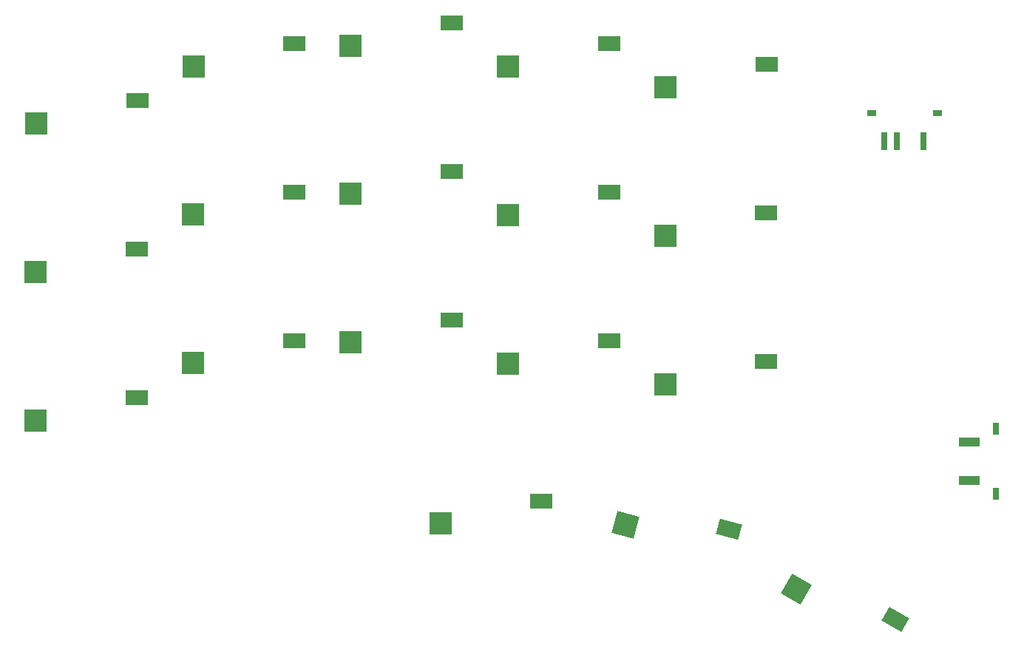
<source format=gbr>
%TF.GenerationSoftware,KiCad,Pcbnew,8.0.4*%
%TF.CreationDate,2024-09-03T01:14:23+07:00*%
%TF.ProjectId,chocowi36,63686f63-6f77-4693-9336-2e6b69636164,rev?*%
%TF.SameCoordinates,Original*%
%TF.FileFunction,Paste,Top*%
%TF.FilePolarity,Positive*%
%FSLAX46Y46*%
G04 Gerber Fmt 4.6, Leading zero omitted, Abs format (unit mm)*
G04 Created by KiCad (PCBNEW 8.0.4) date 2024-09-03 01:14:23*
%MOMM*%
%LPD*%
G01*
G04 APERTURE LIST*
G04 Aperture macros list*
%AMRotRect*
0 Rectangle, with rotation*
0 The origin of the aperture is its center*
0 $1 length*
0 $2 width*
0 $3 Rotation angle, in degrees counterclockwise*
0 Add horizontal line*
21,1,$1,$2,0,0,$3*%
G04 Aperture macros list end*
%ADD10R,2.625000X1.800000*%
%ADD11R,2.600000X2.600000*%
%ADD12RotRect,2.625000X1.800000X345.000000*%
%ADD13RotRect,2.600000X2.600000X345.000000*%
%ADD14RotRect,2.625000X1.800000X330.000000*%
%ADD15RotRect,2.600000X2.600000X330.000000*%
%ADD16R,0.800000X2.000000*%
%ADD17R,1.000000X0.800000*%
%ADD18R,2.435000X1.100000*%
%ADD19R,0.800000X1.450000*%
G04 APERTURE END LIST*
D10*
%TO.C,SW2*%
X89197500Y-59230000D03*
D11*
X77635000Y-61830000D03*
%TD*%
D10*
%TO.C,SW3*%
X107197500Y-52670000D03*
D11*
X95635000Y-55270000D03*
%TD*%
D10*
%TO.C,SW4*%
X125197500Y-50310000D03*
D11*
X113635000Y-52910000D03*
%TD*%
D10*
%TO.C,SW5*%
X143241500Y-52670000D03*
D11*
X131679000Y-55270000D03*
%TD*%
D10*
%TO.C,SW6*%
X161275500Y-55050000D03*
D11*
X149713000Y-57650000D03*
%TD*%
D10*
%TO.C,SW8*%
X89139500Y-76200000D03*
D11*
X77577000Y-78800000D03*
%TD*%
D10*
%TO.C,SW9*%
X107157500Y-69660000D03*
D11*
X95595000Y-72260000D03*
%TD*%
D10*
%TO.C,SW10*%
X125197500Y-67290000D03*
D11*
X113635000Y-69890000D03*
%TD*%
D10*
%TO.C,SW11*%
X143241500Y-69682000D03*
D11*
X131679000Y-72282000D03*
%TD*%
D10*
%TO.C,SW12*%
X161227500Y-72090000D03*
D11*
X149665000Y-74690000D03*
%TD*%
D10*
%TO.C,SW14*%
X89139500Y-93218000D03*
D11*
X77577000Y-95818000D03*
%TD*%
D10*
%TO.C,SW15*%
X107157500Y-86678000D03*
D11*
X95595000Y-89278000D03*
%TD*%
D10*
%TO.C,SW16*%
X125197500Y-84308000D03*
D11*
X113635000Y-86908000D03*
%TD*%
D10*
%TO.C,SW17*%
X143241500Y-86700000D03*
D11*
X131679000Y-89300000D03*
%TD*%
D10*
%TO.C,SW18*%
X161227500Y-89107999D03*
D11*
X149665000Y-91708000D03*
%TD*%
D12*
%TO.C,SW20*%
X156964250Y-108313119D03*
D13*
X145122803Y-107831931D03*
%TD*%
D14*
%TO.C,SW21*%
X175992059Y-118654940D03*
D15*
X164678640Y-115125356D03*
%TD*%
D10*
%TO.C,SW19*%
X135487500Y-105049999D03*
D11*
X123925000Y-107650000D03*
%TD*%
D16*
%TO.C,SW_POWER1*%
X174727000Y-63825001D03*
X179227000Y-63825001D03*
X176227000Y-63825001D03*
D17*
X180800000Y-60600000D03*
X173300000Y-60600000D03*
%TD*%
D18*
%TO.C,SW_RST1*%
X184467500Y-102700000D03*
X184467500Y-98300000D03*
D19*
X187550000Y-104200001D03*
X187550000Y-96799999D03*
%TD*%
M02*

</source>
